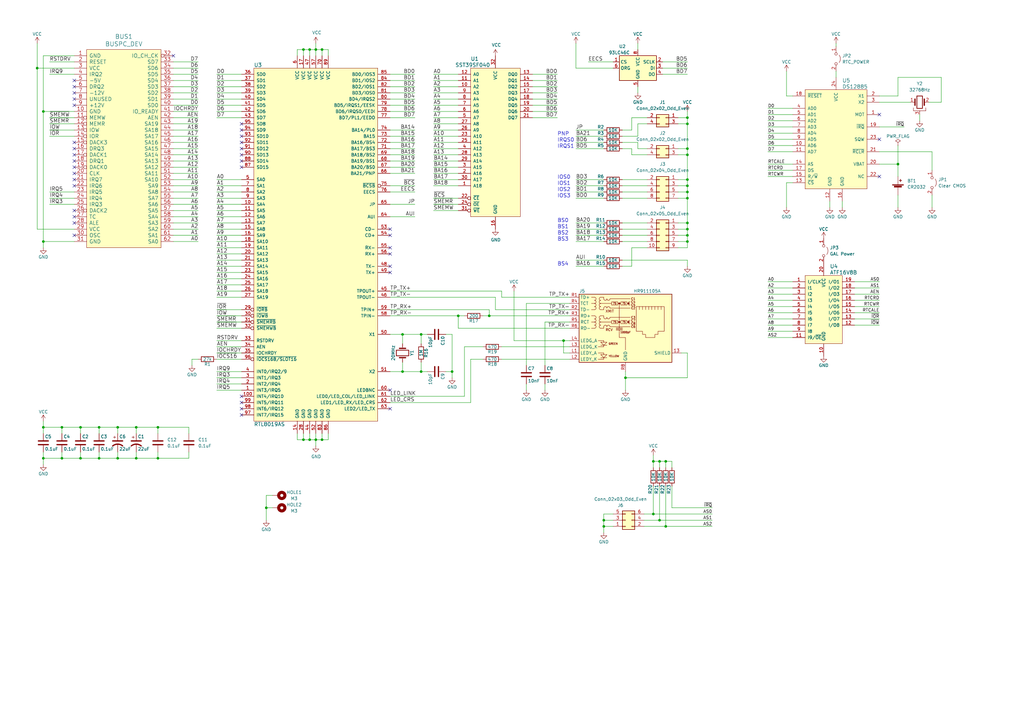
<source format=kicad_sch>
(kicad_sch (version 20250114) (generator "eeschema") (generator_version "9.0")
  (paper "A3")
  (title_block (title "ISA 8-Bit Ethernet Controller") (date "2021-04-22") (rev "1.0") (company "Designed by Sergey Kiselev") (comment 2 "Licensed under CERN-OHL-S: https://cern-ohl.web.cern.ch") (comment 3 "Documentation and design files: https://github.com/skiselev/isa8_eth") (comment 4 "ISA 8-Bit Ethernet Controller is an open source hardware project"))
  (text "IOS3" (at 228.6 81.28 0) (effects (font (size 1.524 1.524)) (justify left bottom)))
  (text "IRQS0" (at 228.6 58.42 0) (effects (font (size 1.524 1.524)) (justify left bottom)))
  (text "BS2" (at 228.6 96.52 0) (effects (font (size 1.524 1.524)) (justify left bottom)))
  (text "BS4" (at 228.6 109.22 0) (effects (font (size 1.524 1.524)) (justify left bottom)))
  (text "IRQS1" (at 228.6 60.96 0) (effects (font (size 1.524 1.524)) (justify left bottom)))
  (text "BS3" (at 228.6 99.06 0) (effects (font (size 1.524 1.524)) (justify left bottom)))
  (text "IOS0" (at 228.6 73.66 0) (effects (font (size 1.524 1.524)) (justify left bottom)))
  (text "PNP" (at 228.6 55.88 0) (effects (font (size 1.524 1.524)) (justify left bottom)))
  (text "IOS2" (at 228.6 78.74 0) (effects (font (size 1.524 1.524)) (justify left bottom)))
  (text "BS0" (at 228.6 91.44 0) (effects (font (size 1.524 1.524)) (justify left bottom)))
  (text "IOS1" (at 228.6 76.2 0) (effects (font (size 1.524 1.524)) (justify left bottom)))
  (text "BS1" (at 228.6 93.98 0) (effects (font (size 1.524 1.524)) (justify left bottom)))
  (junction (at 127 20.32))
  (junction (at 281.94 99.06))
  (junction (at 129.54 180.34))
  (junction (at 124.46 180.34))
  (junction (at 17.78 187.96))
  (junction (at 185.42 152.4))
  (junction (at 48.26 187.96))
  (junction (at 368.3 67.31))
  (junction (at 172.72 137.16))
  (junction (at 109.22 208.28))
  (junction (at 55.88 175.26))
  (junction (at 64.77 187.96))
  (junction (at 270.51 213.36))
  (junction (at 267.97 210.82))
  (junction (at 281.94 63.5))
  (junction (at 64.77 175.26))
  (junction (at 273.05 189.23))
  (junction (at 55.88 187.96))
  (junction (at 273.05 215.9))
  (junction (at 281.94 48.26))
  (junction (at 127 180.34))
  (junction (at 281.94 50.8))
  (junction (at 281.94 93.98))
  (junction (at 187.96 129.54))
  (junction (at 40.64 175.26))
  (junction (at 256.54 154.94))
  (junction (at 281.94 91.44))
  (junction (at 132.08 180.34))
  (junction (at 281.94 96.52))
  (junction (at 281.94 81.28))
  (junction (at 172.72 152.4))
  (junction (at 231.14 139.7))
  (junction (at 247.65 213.36))
  (junction (at 281.94 60.96))
  (junction (at 270.51 189.23))
  (junction (at 48.26 175.26))
  (junction (at 25.4 187.96))
  (junction (at 247.65 215.9))
  (junction (at 33.02 187.96))
  (junction (at 132.08 20.32))
  (junction (at 165.1 152.4))
  (junction (at 281.94 76.2))
  (junction (at 165.1 137.16))
  (junction (at 281.94 78.74))
  (junction (at 33.02 175.26))
  (junction (at 17.78 175.26))
  (junction (at 124.46 20.32))
  (junction (at 17.78 45.72))
  (junction (at 129.54 20.32))
  (junction (at 267.97 189.23))
  (junction (at 40.64 187.96))
  (junction (at 25.4 175.26))
  (junction (at 281.94 73.66))
  (junction (at 17.78 99.06))
  (junction (at 200.66 129.54))
  (junction (at 15.24 27.94))
  (no_connect (at 99.06 170.18))
  (no_connect (at 30.48 88.9))
  (no_connect (at 30.48 35.56))
  (no_connect (at 30.48 58.42))
  (no_connect (at 99.06 167.64))
  (no_connect (at 30.48 76.2))
  (no_connect (at 99.06 165.1))
  (no_connect (at 160.02 104.14))
  (no_connect (at 30.48 38.1))
  (no_connect (at 160.02 96.52))
  (no_connect (at 160.02 109.22))
  (no_connect (at 160.02 111.76))
  (no_connect (at 360.68 46.99))
  (no_connect (at 71.12 22.86))
  (no_connect (at 160.02 167.64))
  (no_connect (at 99.06 50.8))
  (no_connect (at 30.48 33.02))
  (no_connect (at 99.06 63.5))
  (no_connect (at 99.06 58.42))
  (no_connect (at 30.48 43.18))
  (no_connect (at 99.06 55.88))
  (no_connect (at 160.02 160.02))
  (no_connect (at 30.48 91.44))
  (no_connect (at 30.48 71.12))
  (no_connect (at 30.48 66.04))
  (no_connect (at 160.02 93.98))
  (no_connect (at 360.68 57.15))
  (no_connect (at 99.06 66.04))
  (no_connect (at 99.06 68.58))
  (no_connect (at 30.48 86.36))
  (no_connect (at 99.06 60.96))
  (no_connect (at 30.48 73.66))
  (no_connect (at 360.68 72.39))
  (no_connect (at 30.48 60.96))
  (no_connect (at 30.48 40.64))
  (no_connect (at 30.48 96.52))
  (no_connect (at 99.06 53.34))
  (no_connect (at 99.06 162.56))
  (no_connect (at 30.48 68.58))
  (no_connect (at 160.02 101.6))
  (no_connect (at 30.48 63.5))
  (wire (pts (xy 99.06 134.62) (xy 88.9 134.62)))
  (wire (pts (xy 247.65 91.44) (xy 236.22 91.44)))
  (wire (pts (xy 71.12 55.88) (xy 81.28 55.88)))
  (wire (pts (xy 279.4 144.78) (xy 281.94 144.78)))
  (wire (pts (xy 177.8 76.2) (xy 187.96 76.2)))
  (wire (pts (xy 255.27 58.42) (xy 261.62 58.42)))
  (wire (pts (xy 17.78 45.72) (xy 17.78 99.06)))
  (wire (pts (xy 187.96 48.26) (xy 177.8 48.26)))
  (wire (pts (xy 160.02 43.18) (xy 170.18 43.18)))
  (wire (pts (xy 129.54 20.32) (xy 129.54 22.86)))
  (wire (pts (xy 281.94 99.06) (xy 281.94 101.6)))
  (wire (pts (xy 205.74 119.38) (xy 205.74 121.92)))
  (wire (pts (xy 71.12 53.34) (xy 81.28 53.34)))
  (wire (pts (xy 172.72 152.4) (xy 175.26 152.4)))
  (wire (pts (xy 99.06 30.48) (xy 88.9 30.48)))
  (wire (pts (xy 325.12 138.43) (xy 314.96 138.43)))
  (wire (pts (xy 71.12 96.52) (xy 81.28 96.52)))
  (wire (pts (xy 55.88 185.42) (xy 55.88 187.96)))
  (wire (pts (xy 190.5 162.56) (xy 160.02 162.56)))
  (wire (pts (xy 368.3 31.75) (xy 386.08 31.75)))
  (wire (pts (xy 325.12 74.93) (xy 322.58 74.93)))
  (wire (pts (xy 160.02 38.1) (xy 170.18 38.1)))
  (wire (pts (xy 30.48 81.28) (xy 20.32 81.28)))
  (wire (pts (xy 99.06 83.82) (xy 88.9 83.82)))
  (wire (pts (xy 233.68 142.24) (xy 205.74 142.24)))
  (wire (pts (xy 325.12 52.07) (xy 314.96 52.07)))
  (wire (pts (xy 325.12 125.73) (xy 314.96 125.73)))
  (wire (pts (xy 325.12 115.57) (xy 314.96 115.57)))
  (wire (pts (xy 247.65 215.9) (xy 247.65 218.44)))
  (wire (pts (xy 264.16 213.36) (xy 270.51 213.36)))
  (wire (pts (xy 71.12 33.02) (xy 81.28 33.02)))
  (wire (pts (xy 99.06 99.06) (xy 88.9 99.06)))
  (wire (pts (xy 350.52 125.73) (xy 360.68 125.73)))
  (wire (pts (xy 15.24 17.78) (xy 15.24 27.94)))
  (wire (pts (xy 325.12 54.61) (xy 314.96 54.61)))
  (wire (pts (xy 281.94 60.96) (xy 281.94 63.5)))
  (wire (pts (xy 25.4 175.26) (xy 33.02 175.26)))
  (wire (pts (xy 160.02 121.92) (xy 203.2 121.92)))
  (wire (pts (xy 160.02 30.48) (xy 170.18 30.48)))
  (wire (pts (xy 132.08 180.34) (xy 129.54 180.34)))
  (wire (pts (xy 129.54 17.78) (xy 129.54 20.32)))
  (wire (pts (xy 127 20.32) (xy 127 22.86)))
  (wire (pts (xy 278.13 78.74) (xy 281.94 78.74)))
  (wire (pts (xy 160.02 66.04) (xy 170.18 66.04)))
  (wire (pts (xy 129.54 177.8) (xy 129.54 180.34)))
  (wire (pts (xy 64.77 187.96) (xy 55.88 187.96)))
  (wire (pts (xy 325.12 133.35) (xy 314.96 133.35)))
  (wire (pts (xy 368.3 59.69) (xy 368.3 67.31)))
  (wire (pts (xy 267.97 199.39) (xy 267.97 210.82)))
  (wire (pts (xy 64.77 185.42) (xy 64.77 187.96)))
  (wire (pts (xy 81.28 147.32) (xy 78.74 147.32)))
  (wire (pts (xy 350.52 130.81) (xy 360.68 130.81)))
  (wire (pts (xy 281.94 63.5) (xy 281.94 73.66)))
  (wire (pts (xy 218.44 33.02) (xy 228.6 33.02)))
  (wire (pts (xy 325.12 39.37) (xy 322.58 39.37)))
  (wire (pts (xy 223.52 132.08) (xy 223.52 149.86)))
  (wire (pts (xy 261.62 35.56) (xy 261.62 38.1)))
  (wire (pts (xy 99.06 93.98) (xy 88.9 93.98)))
  (wire (pts (xy 17.78 187.96) (xy 17.78 190.5)))
  (wire (pts (xy 40.64 177.8) (xy 40.64 175.26)))
  (wire (pts (xy 322.58 39.37) (xy 322.58 29.21)))
  (wire (pts (xy 255.27 93.98) (xy 265.43 93.98)))
  (wire (pts (xy 187.96 33.02) (xy 177.8 33.02)))
  (wire (pts (xy 127 177.8) (xy 127 180.34)))
  (wire (pts (xy 160.02 68.58) (xy 170.18 68.58)))
  (wire (pts (xy 17.78 22.86) (xy 17.78 45.72)))
  (wire (pts (xy 25.4 187.96) (xy 33.02 187.96)))
  (wire (pts (xy 30.48 22.86) (xy 17.78 22.86)))
  (wire (pts (xy 99.06 154.94) (xy 88.9 154.94)))
  (wire (pts (xy 267.97 210.82) (xy 292.1 210.82)))
  (wire (pts (xy 223.52 157.48) (xy 223.52 160.02)))
  (wire (pts (xy 99.06 101.6) (xy 88.9 101.6)))
  (wire (pts (xy 255.27 106.68) (xy 281.94 106.68)))
  (wire (pts (xy 215.9 157.48) (xy 215.9 160.02)))
  (wire (pts (xy 71.12 50.8) (xy 81.28 50.8)))
  (wire (pts (xy 129.54 180.34) (xy 127 180.34)))
  (wire (pts (xy 99.06 91.44) (xy 88.9 91.44)))
  (wire (pts (xy 165.1 137.16) (xy 172.72 137.16)))
  (wire (pts (xy 99.06 127) (xy 88.9 127)))
  (wire (pts (xy 187.96 45.72) (xy 177.8 45.72)))
  (wire (pts (xy 264.16 215.9) (xy 273.05 215.9)))
  (wire (pts (xy 281.94 99.06) (xy 278.13 99.06)))
  (wire (pts (xy 281.94 78.74) (xy 281.94 81.28)))
  (wire (pts (xy 281.94 106.68) (xy 281.94 109.22)))
  (wire (pts (xy 281.94 101.6) (xy 278.13 101.6)))
  (wire (pts (xy 360.68 39.37) (xy 368.3 39.37)))
  (wire (pts (xy 281.94 144.78) (xy 281.94 154.94)))
  (wire (pts (xy 231.14 144.78) (xy 231.14 139.7)))
  (wire (pts (xy 205.74 121.92) (xy 233.68 121.92)))
  (wire (pts (xy 185.42 137.16) (xy 182.88 137.16)))
  (wire (pts (xy 231.14 139.7) (xy 233.68 139.7)))
  (wire (pts (xy 71.12 66.04) (xy 81.28 66.04)))
  (wire (pts (xy 99.06 38.1) (xy 88.9 38.1)))
  (wire (pts (xy 350.52 118.11) (xy 360.68 118.11)))
  (wire (pts (xy 325.12 128.27) (xy 314.96 128.27)))
  (wire (pts (xy 99.06 104.14) (xy 88.9 104.14)))
  (wire (pts (xy 160.02 45.72) (xy 170.18 45.72)))
  (wire (pts (xy 187.96 134.62) (xy 187.96 129.54)))
  (wire (pts (xy 247.65 76.2) (xy 236.22 76.2)))
  (wire (pts (xy 17.78 99.06) (xy 30.48 99.06)))
  (wire (pts (xy 255.27 53.34) (xy 259.08 53.34)))
  (wire (pts (xy 360.68 52.07) (xy 370.84 52.07)))
  (wire (pts (xy 99.06 144.78) (xy 88.9 144.78)))
  (wire (pts (xy 278.13 63.5) (xy 281.94 63.5)))
  (wire (pts (xy 71.12 63.5) (xy 81.28 63.5)))
  (wire (pts (xy 187.96 58.42) (xy 177.8 58.42)))
  (wire (pts (xy 99.06 81.28) (xy 88.9 81.28)))
  (wire (pts (xy 30.48 78.74) (xy 20.32 78.74)))
  (wire (pts (xy 77.47 187.96) (xy 64.77 187.96)))
  (wire (pts (xy 187.96 83.82) (xy 177.8 83.82)))
  (wire (pts (xy 99.06 152.4) (xy 88.9 152.4)))
  (wire (pts (xy 71.12 91.44) (xy 81.28 91.44)))
  (wire (pts (xy 281.94 48.26) (xy 281.94 50.8)))
  (wire (pts (xy 325.12 123.19) (xy 314.96 123.19)))
  (wire (pts (xy 255.27 109.22) (xy 259.08 109.22)))
  (wire (pts (xy 345.44 82.55) (xy 345.44 85.09)))
  (wire (pts (xy 270.51 213.36) (xy 292.1 213.36)))
  (wire (pts (xy 132.08 180.34) (xy 132.08 177.8)))
  (wire (pts (xy 99.06 139.7) (xy 88.9 139.7)))
  (wire (pts (xy 64.77 177.8) (xy 64.77 175.26)))
  (wire (pts (xy 281.94 91.44) (xy 281.94 93.98)))
  (wire (pts (xy 360.68 67.31) (xy 368.3 67.31)))
  (wire (pts (xy 71.12 71.12) (xy 81.28 71.12)))
  (wire (pts (xy 259.08 53.34) (xy 259.08 48.26)))
  (wire (pts (xy 121.92 20.32) (xy 124.46 20.32)))
  (wire (pts (xy 247.65 213.36) (xy 247.65 215.9)))
  (wire (pts (xy 203.2 121.92) (xy 203.2 127)))
  (wire (pts (xy 71.12 99.06) (xy 81.28 99.06)))
  (wire (pts (xy 265.43 76.2) (xy 255.27 76.2)))
  (wire (pts (xy 160.02 119.38) (xy 205.74 119.38)))
  (wire (pts (xy 259.08 60.96) (xy 259.08 63.5)))
  (wire (pts (xy 160.02 137.16) (xy 165.1 137.16)))
  (wire (pts (xy 71.12 83.82) (xy 81.28 83.82)))
  (wire (pts (xy 210.82 119.38) (xy 210.82 139.7)))
  (wire (pts (xy 77.47 177.8) (xy 77.47 175.26)))
  (wire (pts (xy 111.76 203.2) (xy 109.22 203.2)))
  (wire (pts (xy 267.97 189.23) (xy 267.97 191.77)))
  (wire (pts (xy 325.12 120.65) (xy 314.96 120.65)))
  (wire (pts (xy 247.65 210.82) (xy 247.65 213.36)))
  (wire (pts (xy 165.1 137.16) (xy 165.1 140.97)))
  (wire (pts (xy 40.64 175.26) (xy 48.26 175.26)))
  (wire (pts (xy 281.94 45.72) (xy 281.94 48.26)))
  (wire (pts (xy 273.05 189.23) (xy 273.05 191.77)))
  (wire (pts (xy 30.48 30.48) (xy 20.32 30.48)))
  (wire (pts (xy 325.12 130.81) (xy 314.96 130.81)))
  (wire (pts (xy 17.78 187.96) (xy 25.4 187.96)))
  (wire (pts (xy 160.02 127) (xy 200.66 127)))
  (wire (pts (xy 256.54 154.94) (xy 256.54 160.02)))
  (wire (pts (xy 325.12 72.39) (xy 314.96 72.39)))
  (wire (pts (xy 71.12 58.42) (xy 81.28 58.42)))
  (wire (pts (xy 160.02 58.42) (xy 170.18 58.42)))
  (wire (pts (xy 160.02 165.1) (xy 193.04 165.1)))
  (wire (pts (xy 322.58 74.93) (xy 322.58 85.09)))
  (wire (pts (xy 124.46 177.8) (xy 124.46 180.34)))
  (wire (pts (xy 99.06 43.18) (xy 88.9 43.18)))
  (wire (pts (xy 99.06 160.02) (xy 88.9 160.02)))
  (wire (pts (xy 273.05 189.23) (xy 270.51 189.23)))
  (wire (pts (xy 160.02 71.12) (xy 170.18 71.12)))
  (wire (pts (xy 71.12 48.26) (xy 81.28 48.26)))
  (wire (pts (xy 99.06 119.38) (xy 88.9 119.38)))
  (wire (pts (xy 261.62 55.88) (xy 255.27 55.88)))
  (wire (pts (xy 15.24 27.94) (xy 15.24 93.98)))
  (wire (pts (xy 71.12 88.9) (xy 81.28 88.9)))
  (wire (pts (xy 247.65 96.52) (xy 236.22 96.52)))
  (wire (pts (xy 71.12 38.1) (xy 81.28 38.1)))
  (wire (pts (xy 25.4 177.8) (xy 25.4 175.26)))
  (wire (pts (xy 160.02 40.64) (xy 170.18 40.64)))
  (wire (pts (xy 64.77 175.26) (xy 55.88 175.26)))
  (wire (pts (xy 99.06 111.76) (xy 88.9 111.76)))
  (wire (pts (xy 15.24 93.98) (xy 30.48 93.98)))
  (wire (pts (xy 281.94 81.28) (xy 281.94 91.44)))
  (wire (pts (xy 121.92 180.34) (xy 121.92 177.8)))
  (wire (pts (xy 99.06 33.02) (xy 88.9 33.02)))
  (wire (pts (xy 25.4 185.42) (xy 25.4 187.96)))
  (wire (pts (xy 281.94 50.8) (xy 281.94 60.96)))
  (wire (pts (xy 218.44 35.56) (xy 228.6 35.56)))
  (wire (pts (xy 368.3 85.09) (xy 368.3 80.01)))
  (wire (pts (xy 187.96 50.8) (xy 177.8 50.8)))
  (wire (pts (xy 99.06 106.68) (xy 88.9 106.68)))
  (wire (pts (xy 251.46 25.4) (xy 241.3 25.4)))
  (wire (pts (xy 382.27 85.09) (xy 382.27 80.01)))
  (wire (pts (xy 218.44 40.64) (xy 228.6 40.64)))
  (wire (pts (xy 99.06 45.72) (xy 88.9 45.72)))
  (wire (pts (xy 233.68 124.46) (xy 215.9 124.46)))
  (wire (pts (xy 187.96 40.64) (xy 177.8 40.64)))
  (wire (pts (xy 247.65 73.66) (xy 236.22 73.66)))
  (wire (pts (xy 160.02 33.02) (xy 170.18 33.02)))
  (wire (pts (xy 218.44 43.18) (xy 228.6 43.18)))
  (wire (pts (xy 271.78 27.94) (xy 281.94 27.94)))
  (wire (pts (xy 187.96 71.12) (xy 177.8 71.12)))
  (wire (pts (xy 109.22 203.2) (xy 109.22 208.28)))
  (wire (pts (xy 99.06 157.48) (xy 88.9 157.48)))
  (wire (pts (xy 247.65 215.9) (xy 251.46 215.9)))
  (wire (pts (xy 17.78 45.72) (xy 30.48 45.72)))
  (wire (pts (xy 271.78 25.4) (xy 281.94 25.4)))
  (wire (pts (xy 360.68 41.91) (xy 373.38 41.91)))
  (wire (pts (xy 71.12 35.56) (xy 81.28 35.56)))
  (wire (pts (xy 218.44 48.26) (xy 228.6 48.26)))
  (wire (pts (xy 109.22 208.28) (xy 109.22 213.36)))
  (wire (pts (xy 99.06 48.26) (xy 88.9 48.26)))
  (wire (pts (xy 187.96 60.96) (xy 177.8 60.96)))
  (wire (pts (xy 187.96 134.62) (xy 233.68 134.62)))
  (wire (pts (xy 77.47 175.26) (xy 64.77 175.26)))
  (wire (pts (xy 264.16 210.82) (xy 267.97 210.82)))
  (wire (pts (xy 172.72 137.16) (xy 172.72 140.97)))
  (wire (pts (xy 281.94 93.98) (xy 281.94 96.52)))
  (wire (pts (xy 48.26 175.26) (xy 48.26 177.8)))
  (wire (pts (xy 160.02 88.9) (xy 170.18 88.9)))
  (wire (pts (xy 99.06 109.22) (xy 88.9 109.22)))
  (wire (pts (xy 247.65 53.34) (xy 236.22 53.34)))
  (wire (pts (xy 30.48 25.4) (xy 20.32 25.4)))
  (wire (pts (xy 325.12 59.69) (xy 314.96 59.69)))
  (wire (pts (xy 160.02 35.56) (xy 170.18 35.56)))
  (wire (pts (xy 247.65 106.68) (xy 236.22 106.68)))
  (wire (pts (xy 281.94 93.98) (xy 278.13 93.98)))
  (wire (pts (xy 40.64 187.96) (xy 48.26 187.96)))
  (wire (pts (xy 381 41.91) (xy 386.08 41.91)))
  (wire (pts (xy 190.5 142.24) (xy 190.5 162.56)))
  (wire (pts (xy 210.82 139.7) (xy 231.14 139.7)))
  (wire (pts (xy 281.94 76.2) (xy 281.94 78.74)))
  (wire (pts (xy 247.65 55.88) (xy 236.22 55.88)))
  (wire (pts (xy 187.96 68.58) (xy 177.8 68.58)))
  (wire (pts (xy 124.46 20.32) (xy 124.46 22.86)))
  (wire (pts (xy 160.02 48.26) (xy 170.18 48.26)))
  (wire (pts (xy 71.12 76.2) (xy 81.28 76.2)))
  (wire (pts (xy 48.26 175.26) (xy 55.88 175.26)))
  (wire (pts (xy 247.65 60.96) (xy 236.22 60.96)))
  (wire (pts (xy 187.96 66.04) (xy 177.8 66.04)))
  (wire (pts (xy 121.92 22.86) (xy 121.92 20.32)))
  (wire (pts (xy 111.76 208.28) (xy 109.22 208.28)))
  (wire (pts (xy 350.52 115.57) (xy 360.68 115.57)))
  (wire (pts (xy 259.08 63.5) (xy 265.43 63.5)))
  (wire (pts (xy 160.02 63.5) (xy 170.18 63.5)))
  (wire (pts (xy 255.27 96.52) (xy 265.43 96.52)))
  (wire (pts (xy 71.12 68.58) (xy 81.28 68.58)))
  (wire (pts (xy 247.65 78.74) (xy 236.22 78.74)))
  (wire (pts (xy 124.46 20.32) (xy 127 20.32)))
  (wire (pts (xy 187.96 30.48) (xy 177.8 30.48)))
  (wire (pts (xy 350.52 128.27) (xy 360.68 128.27)))
  (wire (pts (xy 160.02 78.74) (xy 170.18 78.74)))
  (wire (pts (xy 278.13 81.28) (xy 281.94 81.28)))
  (wire (pts (xy 99.06 73.66) (xy 88.9 73.66)))
  (wire (pts (xy 386.08 41.91) (xy 386.08 31.75)))
  (wire (pts (xy 255.27 91.44) (xy 265.43 91.44)))
  (wire (pts (xy 350.52 120.65) (xy 360.68 120.65)))
  (wire (pts (xy 278.13 76.2) (xy 281.94 76.2)))
  (wire (pts (xy 190.5 129.54) (xy 187.96 129.54)))
  (wire (pts (xy 251.46 210.82) (xy 247.65 210.82)))
  (wire (pts (xy 77.47 185.42) (xy 77.47 187.96)))
  (wire (pts (xy 185.42 137.16) (xy 185.42 152.4)))
  (wire (pts (xy 270.51 189.23) (xy 267.97 189.23)))
  (wire (pts (xy 185.42 152.4) (xy 185.42 154.94)))
  (wire (pts (xy 71.12 43.18) (xy 81.28 43.18)))
  (wire (pts (xy 160.02 152.4) (xy 165.1 152.4)))
  (wire (pts (xy 187.96 86.36) (xy 177.8 86.36)))
  (wire (pts (xy 172.72 137.16) (xy 175.26 137.16)))
  (wire (pts (xy 251.46 27.94) (xy 236.22 27.94)))
  (wire (pts (xy 275.59 191.77) (xy 275.59 189.23)))
  (wire (pts (xy 278.13 48.26) (xy 281.94 48.26)))
  (wire (pts (xy 30.48 55.88) (xy 20.32 55.88)))
  (wire (pts (xy 215.9 124.46) (xy 215.9 149.86)))
  (wire (pts (xy 160.02 55.88) (xy 170.18 55.88)))
  (wire (pts (xy 325.12 69.85) (xy 314.96 69.85)))
  (wire (pts (xy 261.62 17.78) (xy 261.62 20.32)))
  (wire (pts (xy 71.12 30.48) (xy 81.28 30.48)))
  (wire (pts (xy 259.08 48.26) (xy 265.43 48.26)))
  (wire (pts (xy 275.59 199.39) (xy 275.59 208.28)))
  (wire (pts (xy 30.48 83.82) (xy 20.32 83.82)))
  (wire (pts (xy 48.26 187.96) (xy 48.26 185.42)))
  (wire (pts (xy 165.1 152.4) (xy 172.72 152.4)))
  (wire (pts (xy 265.43 81.28) (xy 255.27 81.28)))
  (wire (pts (xy 382.27 69.85) (xy 382.27 62.23)))
  (wire (pts (xy 247.65 93.98) (xy 236.22 93.98)))
  (wire (pts (xy 218.44 30.48) (xy 228.6 30.48)))
  (wire (pts (xy 218.44 38.1) (xy 228.6 38.1)))
  (wire (pts (xy 325.12 46.99) (xy 314.96 46.99)))
  (wire (pts (xy 187.96 81.28) (xy 177.8 81.28)))
  (wire (pts (xy 325.12 135.89) (xy 314.96 135.89)))
  (wire (pts (xy 132.08 20.32) (xy 132.08 22.86)))
  (wire (pts (xy 172.72 152.4) (xy 172.72 148.59)))
  (wire (pts (xy 127 180.34) (xy 124.46 180.34)))
  (wire (pts (xy 325.12 118.11) (xy 314.96 118.11)))
  (wire (pts (xy 247.65 213.36) (xy 251.46 213.36)))
  (wire (pts (xy 259.08 101.6) (xy 259.08 109.22)))
  (wire (pts (xy 187.96 63.5) (xy 177.8 63.5)))
  (wire (pts (xy 71.12 60.96) (xy 81.28 60.96)))
  (wire (pts (xy 160.02 76.2) (xy 170.18 76.2)))
  (wire (pts (xy 278.13 50.8) (xy 281.94 50.8)))
  (wire (pts (xy 281.94 96.52) (xy 278.13 96.52)))
  (wire (pts (xy 247.65 58.42) (xy 236.22 58.42)))
  (wire (pts (xy 377.19 46.99) (xy 377.19 49.53)))
  (wire (pts (xy 33.02 177.8) (xy 33.02 175.26)))
  (wire (pts (xy 187.96 55.88) (xy 177.8 55.88)))
  (wire (pts (xy 233.68 147.32) (xy 205.74 147.32)))
  (wire (pts (xy 187.96 53.34) (xy 177.8 53.34)))
  (wire (pts (xy 270.51 189.23) (xy 270.51 191.77)))
  (wire (pts (xy 281.94 73.66) (xy 281.94 76.2)))
  (wire (pts (xy 261.62 50.8) (xy 265.43 50.8)))
  (wire (pts (xy 30.48 48.26) (xy 20.32 48.26)))
  (wire (pts (xy 71.12 25.4) (xy 81.28 25.4)))
  (wire (pts (xy 236.22 27.94) (xy 236.22 17.78)))
  (wire (pts (xy 273.05 199.39) (xy 273.05 215.9)))
  (wire (pts (xy 256.54 152.4) (xy 256.54 154.94)))
  (wire (pts (xy 99.06 88.9) (xy 88.9 88.9)))
  (wire (pts (xy 281.94 96.52) (xy 281.94 99.06)))
  (wire (pts (xy 200.66 129.54) (xy 233.68 129.54)))
  (wire (pts (xy 350.52 123.19) (xy 360.68 123.19)))
  (wire (pts (xy 71.12 45.72) (xy 81.28 45.72)))
  (wire (pts (xy 278.13 73.66) (xy 281.94 73.66)))
  (wire (pts (xy 55.88 177.8) (xy 55.88 175.26)))
  (wire (pts (xy 129.54 20.32) (xy 132.08 20.32)))
  (wire (pts (xy 342.9 17.78) (xy 342.9 19.05)))
  (wire (pts (xy 71.12 86.36) (xy 81.28 86.36)))
  (wire (pts (xy 325.12 49.53) (xy 314.96 49.53)))
  (wire (pts (xy 99.06 96.52) (xy 88.9 96.52)))
  (wire (pts (xy 203.2 127) (xy 233.68 127)))
  (wire (pts (xy 273.05 215.9) (xy 292.1 215.9)))
  (wire (pts (xy 368.3 67.31) (xy 368.3 72.39)))
  (wire (pts (xy 30.48 53.34) (xy 20.32 53.34)))
  (wire (pts (xy 177.8 73.66) (xy 187.96 73.66)))
  (wire (pts (xy 187.96 38.1) (xy 177.8 38.1)))
  (wire (pts (xy 265.43 73.66) (xy 255.27 73.66)))
  (wire (pts (xy 71.12 81.28) (xy 81.28 81.28)))
  (wire (pts (xy 160.02 53.34) (xy 170.18 53.34)))
  (wire (pts (xy 129.54 182.88) (xy 129.54 180.34)))
  (wire (pts (xy 275.59 208.28) (xy 292.1 208.28)))
  (wire (pts (xy 71.12 40.64) (xy 81.28 40.64)))
  (wire (pts (xy 132.08 20.32) (xy 134.62 20.32)))
  (wire (pts (xy 200.66 127) (xy 200.66 129.54)))
  (wire (pts (xy 71.12 93.98) (xy 81.28 93.98)))
  (wire (pts (xy 48.26 187.96) (xy 55.88 187.96)))
  (wire (pts (xy 270.51 199.39) (xy 270.51 213.36)))
  (wire (pts (xy 99.06 121.92) (xy 88.9 121.92)))
  (wire (pts (xy 281.94 154.94) (xy 256.54 154.94)))
  (wire (pts (xy 233.68 144.78) (xy 231.14 144.78)))
  (wire (pts (xy 127 20.32) (xy 129.54 20.32)))
  (wire (pts (xy 99.06 129.54) (xy 88.9 129.54)))
  (wire (pts (xy 124.46 180.34) (xy 121.92 180.34)))
  (wire (pts (xy 247.65 99.06) (xy 236.22 99.06)))
  (wire (pts (xy 30.48 50.8) (xy 20.32 50.8)))
  (wire (pts (xy 71.12 78.74) (xy 81.28 78.74)))
  (wire (pts (xy 160.02 60.96) (xy 170.18 60.96)))
  (wire (pts (xy 193.04 147.32) (xy 198.12 147.32)))
  (wire (pts (xy 368.3 39.37) (xy 368.3 31.75)))
  (wire (pts (xy 198.12 129.54) (xy 200.66 129.54)))
  (wire (pts (xy 99.06 132.08) (xy 88.9 132.08)))
  (wire (pts (xy 33.02 175.26) (xy 40.64 175.26)))
  (wire (pts (xy 187.96 43.18) (xy 177.8 43.18)))
  (wire (pts (xy 33.02 187.96) (xy 40.64 187.96)))
  (wire (pts (xy 360.68 62.23) (xy 382.27 62.23)))
  (wire (pts (xy 99.06 76.2) (xy 88.9 76.2)))
  (wire (pts (xy 99.06 114.3) (xy 88.9 114.3)))
  (wire (pts (xy 325.12 57.15) (xy 314.96 57.15)))
  (wire (pts (xy 255.27 60.96) (xy 259.08 60.96)))
  (wire (pts (xy 99.06 147.32) (xy 88.9 147.32)))
  (wire (pts (xy 99.06 40.64) (xy 88.9 40.64)))
  (wire (pts (xy 33.02 187.96) (xy 33.02 185.42)))
  (wire (pts (xy 99.06 86.36) (xy 88.9 86.36)))
  (wire (pts (xy 267.97 186.69) (xy 267.97 189.23)))
  (wire (pts (xy 261.62 60.96) (xy 265.43 60.96)))
  (wire (pts (xy 17.78 175.26) (xy 25.4 175.26)))
  (wire (pts (xy 325.12 67.31) (xy 314.96 67.31)))
  (wire (pts (xy 218.44 45.72) (xy 228.6 45.72)))
  (wire (pts (xy 99.06 35.56) (xy 88.9 35.56)))
  (wire (pts (xy 134.62 180.34) (xy 132.08 180.34)))
  (wire (pts (xy 160.02 129.54) (xy 187.96 129.54)))
  (wire (pts (xy 265.43 78.74) (xy 255.27 78.74)))
  (wire (pts (xy 350.52 133.35) (xy 360.68 133.35)))
  (wire (pts (xy 271.78 30.48) (xy 281.94 30.48)))
  (wire (pts (xy 15.24 27.94) (xy 30.48 27.94)))
  (wire (pts (xy 165.1 152.4) (xy 165.1 148.59)))
  (wire (pts (xy 17.78 172.72) (xy 17.78 175.26)))
  (wire (pts (xy 40.64 185.42) (xy 40.64 187.96)))
  (wire (pts (xy 325.12 62.23) (xy 314.96 62.23)))
  (wire (pts (xy 71.12 73.66) (xy 81.28 73.66)))
  (wire (pts (xy 247.65 81.28) (xy 236.22 81.28)))
  (wire (pts (xy 17.78 175.26) (xy 17.78 177.8)))
  (wire (pts (xy 342.9 29.21) (xy 342.9 31.75)))
  (wire (pts (xy 99.06 142.24) (xy 88.9 142.24)))
  (wire (pts (xy 340.36 82.55) (xy 340.36 85.09)))
  (wire (pts (xy 187.96 35.56) (xy 177.8 35.56)))
  (wire (pts (xy 134.62 20.32) (xy 134.62 22.86)))
  (wire (pts (xy 182.88 152.4) (xy 185.42 152.4)))
  (wire (pts (xy 275.59 189.23) (xy 273.05 189.23)))
  (wire (pts (xy 78.74 147.32) (xy 78.74 149.86)))
  (wire (pts (xy 17.78 99.06) (xy 17.78 101.6)))
  (wire (pts (xy 99.06 116.84) (xy 88.9 116.84)))
  (wire (pts (xy 233.68 132.08) (xy 223.52 132.08)))
  (wire (pts (xy 99.06 78.74) (xy 88.9 78.74)))
  (wire (pts (xy 247.65 109.22) (xy 236.22 109.22)))
  (wire (pts (xy 261.62 50.8) (xy 261.62 55.88)))
  (wire (pts (xy 281.94 91.44) (xy 278.13 91.44)))
  (wire (pts (xy 160.02 83.82) (xy 170.18 83.82)))
  (wire (pts (xy 134.62 177.8) (xy 134.62 180.34)))
  (wire (pts (xy 190.5 142.24) (xy 198.12 142.24)))
  (wire (pts (xy 278.13 60.96) (xy 281.94 60.96)))
  (wire (pts (xy 325.12 44.45) (xy 314.96 44.45)))
  (wire (pts (xy 261.62 58.42) (xy 261.62 60.96)))
  (wire (pts (xy 193.04 147.32) (xy 193.04 165.1)))
  (wire (pts (xy 71.12 27.94) (xy 81.28 27.94)))
  (wire (pts (xy 265.43 101.6) (xy 259.08 101.6)))
  (wire (pts (xy 255.27 99.06) (xy 265.43 99.06)))
  (wire (pts (xy 17.78 185.42) (xy 17.78 187.96)))
  (label "BA15" (at 177.8 68.58 0) (effects (font (size 1.524 1.524))))
  (label "BD3" (at 228.6 38.1 180) (effects (font (size 1.524 1.524))))
  (label "A0" (at 81.28 99.06 180) (effects (font (size 1.524 1.524))))
  (label "~{IRQ}" (at 292.1 208.28 180))
  (label "A19" (at 81.28 50.8 180) (effects (font (size 1.524 1.524))))
  (label "BD7" (at 281.94 30.48 180) (effects (font (size 1.524 1.524))))
  (label "AS0" (at 292.1 210.82 180))
  (label "A5" (at 81.28 86.36 180) (effects (font (size 1.524 1.524))))
  (label "A0" (at 314.96 115.57 0))
  (label "A17" (at 88.9 116.84 0) (effects (font (size 1.524 1.524))))
  (label "AS0" (at 360.68 115.57 180))
  (label "A2" (at 88.9 78.74 0) (effects (font (size 1.524 1.524))))
  (label "A8" (at 314.96 133.35 0))
  (label "D0" (at 88.9 30.48 0) (effects (font (size 1.524 1.524))))
  (label "BD3" (at 236.22 73.66 0) (effects (font (size 1.524 1.524))))
  (label "A14" (at 88.9 109.22 0) (effects (font (size 1.524 1.524))))
  (label "BA21" (at 236.22 55.88 0) (effects (font (size 1.524 1.524))))
  (label "D4" (at 81.28 33.02 180) (effects (font (size 1.524 1.524))))
  (label "A18" (at 88.9 119.38 0) (effects (font (size 1.524 1.524))))
  (label "IRQ5" (at 88.9 160.02 0) (effects (font (size 1.524 1.524))))
  (label "BA17" (at 177.8 73.66 0) (effects (font (size 1.524 1.524))))
  (label "IRQ3" (at 20.32 83.82 0) (effects (font (size 1.524 1.524))))
  (label "A10" (at 177.8 55.88 0) (effects (font (size 1.524 1.524))))
  (label "A13" (at 177.8 63.5 0) (effects (font (size 1.524 1.524))))
  (label "D5" (at 81.28 30.48 180) (effects (font (size 1.524 1.524))))
  (label "RTCWR" (at 314.96 72.39 0))
  (label "A0" (at 177.8 30.48 0) (effects (font (size 1.524 1.524))))
  (label "BD2" (at 228.6 35.56 180) (effects (font (size 1.524 1.524))))
  (label "BA18" (at 236.22 96.52 0) (effects (font (size 1.524 1.524))))
  (label "BD2" (at 236.22 76.2 0) (effects (font (size 1.524 1.524))))
  (label "RTCRD" (at 360.68 123.19 180))
  (label "A7" (at 88.9 91.44 0) (effects (font (size 1.524 1.524))))
  (label "D2" (at 81.28 38.1 180) (effects (font (size 1.524 1.524))))
  (label "D1" (at 314.96 46.99 0))
  (label "D5" (at 88.9 43.18 0) (effects (font (size 1.524 1.524))))
  (label "D4" (at 314.96 54.61 0))
  (label "~{BCS}" (at 170.18 76.2 180) (effects (font (size 1.524 1.524))))
  (label "RTCALE" (at 314.96 67.31 0))
  (label "D0" (at 81.28 43.18 180) (effects (font (size 1.524 1.524))))
  (label "BD3" (at 170.18 38.1 180) (effects (font (size 1.524 1.524))))
  (label "D6" (at 314.96 59.69 0))
  (label "A8" (at 177.8 50.8 0) (effects (font (size 1.524 1.524))))
  (label "BD4" (at 228.6 40.64 180) (effects (font (size 1.524 1.524))))
  (label "D2" (at 314.96 49.53 0))
  (label "IOCHRDY" (at 88.9 144.78 0) (effects (font (size 1.524 1.524))))
  (label "BA21" (at 170.18 71.12 180) (effects (font (size 1.524 1.524))))
  (label "A15" (at 88.9 111.76 0) (effects (font (size 1.524 1.524))))
  (label "BD5" (at 236.22 60.96 0) (effects (font (size 1.524 1.524))))
  (label "IRQ5" (at 20.32 78.74 0) (effects (font (size 1.524 1.524))))
  (label "BD7" (at 228.6 48.26 180) (effects (font (size 1.524 1.524))))
  (label "A7" (at 177.8 48.26 0) (effects (font (size 1.524 1.524))))
  (label "D1" (at 81.28 40.64 180) (effects (font (size 1.524 1.524))))
  (label "A9" (at 81.28 76.2 180) (effects (font (size 1.524 1.524))))
  (label "BA14" (at 177.8 66.04 0) (effects (font (size 1.524 1.524))))
  (label "BA16" (at 177.8 71.12 0) (effects (font (size 1.524 1.524))))
  (label "A12" (at 88.9 104.14 0) (effects (font (size 1.524 1.524))))
  (label "BA14" (at 170.18 53.34 180) (effects (font (size 1.524 1.524))))
  (label "BA16" (at 236.22 109.22 0) (effects (font (size 1.524 1.524))))
  (label "TP_TX+" (at 160.02 119.38 0) (effects (font (size 1.524 1.524))))
  (label "BA20" (at 236.22 91.44 0) (effects (font (size 1.524 1.524))))
  (label "A6" (at 314.96 128.27 0))
  (label "AS1" (at 360.68 118.11 180))
  (label "A1" (at 81.28 96.52 180) (effects (font (size 1.524 1.524))))
  (label "BA18" (at 170.18 63.5 180) (effects (font (size 1.524 1.524))))
  (label "~{IOR}" (at 88.9 127 0) (effects (font (size 1.524 1.524))))
  (label "AS2" (at 292.1 215.9 180))
  (label "~{IOW}" (at 88.9 129.54 0) (effects (font (size 1.524 1.524))))
  (label "A10" (at 81.28 73.66 180) (effects (font (size 1.524 1.524))))
  (label "A4" (at 88.9 83.82 0) (effects (font (size 1.524 1.524))))
  (label "BD0" (at 236.22 81.28 0) (effects (font (size 1.524 1.524))))
  (label "BD5" (at 228.6 43.18 180) (effects (font (size 1.524 1.524))))
  (label "A4" (at 177.8 40.64 0) (effects (font (size 1.524 1.524))))
  (label "IRQ9" (at 88.9 152.4 0) (effects (font (size 1.524 1.524))))
  (label "A13" (at 81.28 66.04 180) (effects (font (size 1.524 1.524))))
  (label "~{BCS}" (at 177.8 81.28 0) (effects (font (size 1.524 1.524))))
  (label "RTCALE" (at 360.68 128.27 180))
  (label "BD6" (at 281.94 27.94 180) (effects (font (size 1.524 1.524))))
  (label "A1" (at 177.8 33.02 0) (effects (font (size 1.524 1.524))))
  (label "A4" (at 81.28 88.9 180) (effects (font (size 1.524 1.524))))
  (label "BA15" (at 170.18 55.88 180) (effects (font (size 1.524 1.524))))
  (label "A6" (at 88.9 88.9 0) (effects (font (size 1.524 1.524))))
  (label "BA20" (at 170.18 68.58 180) (effects (font (size 1.524 1.524))))
  (label "BD6" (at 170.18 45.72 180) (effects (font (size 1.524 1.524))))
  (label "~{SMEMW}" (at 177.8 86.36 0) (effects (font (size 1.524 1.524))))
  (label "AUI" (at 236.22 106.68 0) (effects (font (size 1.524 1.524))))
  (label "A12" (at 81.28 68.58 180) (effects (font (size 1.524 1.524))))
  (label "BA19" (at 236.22 93.98 0) (effects (font (size 1.524 1.524))))
  (label "EECS" (at 241.3 25.4 0) (effects (font (size 1.524 1.524))))
  (label "BA17" (at 236.22 99.06 0) (effects (font (size 1.524 1.524))))
  (label "TP_TX-" (at 233.68 127 180) (effects (font (size 1.524 1.524))))
  (label "A3" (at 88.9 81.28 0) (effects (font (size 1.524 1.524))))
  (label "D7" (at 81.28 25.4 180) (effects (font (size 1.524 1.524))))
  (label "BA18" (at 177.8 76.2 0) (effects (font (size 1.524 1.524))))
  (label "TP_RX-" (at 233.68 134.62 180) (effects (font (size 1.524 1.524))))
  (label "BD6" (at 228.6 45.72 180) (effects (font (size 1.524 1.524))))
  (label "IRQ4" (at 88.9 157.48 0) (effects (font (size 1.524 1.524))))
  (label "AS1" (at 292.1 213.36 180))
  (label "BD0" (at 170.18 30.48 180) (effects (font (size 1.524 1.524))))
  (label "A3" (at 314.96 120.65 0))
  (label "~{IRQ}" (at 370.84 52.07 180))
  (label "~{IOW}" (at 360.68 133.35 180))
  (label "A5" (at 177.8 43.18 0) (effects (font (size 1.524 1.524))))
  (label "~{IOW}" (at 20.32 53.34 0) (effects (font (size 1.524 1.524))))
  (label "IRQ9" (at 20.32 30.48 0) (effects (font (size 1.524 1.524))))
  (label "D5" (at 314.96 57.15 0))
  (label "~{SMEMR}" (at 20.32 50.8 0) (effects (font (size 1.524 1.524))))
  (label "A5" (at 88.9 86.36 0) (effects (font (size 1.524 1.524))))
  (label "D4" (at 88.9 40.64 0) (effects (font (size 1.524 1.524))))
  (label "A9" (at 88.9 96.52 0) (effects (font (size 1.524 1.524))))
  (label "BD2" (at 170.18 35.56 180) (effects (font (size 1.524 1.524))))
  (label "A19" (at 88.9 121.92 0) (effects (font (size 1.524 1.524))))
  (label "A1" (at 88.9 76.2 0) (effects (font (size 1.524 1.524))))
  (label "A16" (at 88.9 114.3 0) (effects (font (size 1.524 1.524))))
  (label "D2" (at 88.9 35.56 0) (effects (font (size 1.524 1.524))))
  (label "A2" (at 314.96 118.11 0))
  (label "TP_RX+" (at 233.68 129.54 180) (effects (font (size 1.524 1.524))))
  (label "A4" (at 314.96 123.19 0))
  (label "A3" (at 81.28 91.44 180) (effects (font (size 1.524 1.524))))
  (label "A3" (at 177.8 38.1 0) (effects (font (size 1.524 1.524))))
  (label "A15" (at 81.28 60.96 180) (effects (font (size 1.524 1.524))))
  (label "D3" (at 314.96 52.07 0))
  (label "A7" (at 314.96 130.81 0))
  (label "TP_TX+" (at 233.68 121.92 180) (effects (font (size 1.524 1.524))))
  (label "TP_RX+" (at 160.02 127 0) (effects (font (size 1.524 1.524))))
  (label "~{IOCS16}" (at 88.9 147.32 0) (effects (font (size 1.524 1.524))))
  (label "D6" (at 88.9 45.72 0) (effects (font (size 1.524 1.524))))
  (label "D7" (at 88.9 48.26 0) (effects (font (size 1.524 1.524))))
  (label "AUI" (at 170.18 88.9 180) (effects (font (size 1.524 1.524))))
  (label "AEN" (at 360.68 120.65 180))
  (label "D0" (at 314.96 44.45 0))
  (label "~{SMEMW}" (at 20.32 48.26 0) (effects (font (size 1.524 1.524))))
  (label "BD1" (at 170.18 33.02 180) (effects (font (size 1.524 1.524))))
  (label "A6" (at 81.28 83.82 180) (effects (font (size 1.524 1.524))))
  (label "BA19" (at 170.18 66.04 180) (effects (font (size 1.524 1.524))))
  (label "BD6" (at 236.22 58.42 0) (effects (font (size 1.524 1.524))))
  (label "BD0" (at 228.6 30.48 180) (effects (font (size 1.524 1.524))))
  (label "BD7" (at 170.18 48.26 180) (effects (font (size 1.524 1.524))))
  (label "D1" (at 88.9 33.02 0) (effects (font (size 1.524 1.524))))
  (label "A13" (at 88.9 106.68 0) (effects (font (size 1.524 1.524))))
  (label "EECS" (at 170.18 78.74 180) (effects (font (size 1.524 1.524))))
  (label "A6" (at 177.8 45.72 0) (effects (font (size 1.524 1.524))))
  (label "~{SMEMR}" (at 88.9 132.08 0) (effects (font (size 1.524 1.524))))
  (label "BD1" (at 228.6 33.02 180) (effects (font (size 1.524 1.524))))
  (label "IOCHRDY" (at 81.28 45.72 180) (effects (font (size 1.524 1.524))))
  (label "D7" (at 314.96 62.23 0))
  (label "RSTDRV" (at 88.9 139.7 0) (effects (font (size 1.524 1.524))))
  (label "A16" (at 81.28 58.42 180) (effects (font (size 1.524 1.524))))
  (label "A0" (at 88.9 73.66 0) (effects (font (size 1.524 1.524))))
  (label "RSTDRV" (at 20.32 25.4 0) (effects (font (size 1.524 1.524))))
  (label "~{SMEMW}" (at 88.9 134.62 0) (effects (font (size 1.524 1.524))))
  (label "A7" (at 81.28 81.28 180) (effects (font (size 1.524 1.524))))
  (label "BD5" (at 281.94 25.4 180) (effects (font (size 1.524 1.524))))
  (label "A8" (at 88.9 93.98 0) (effects (font (size 1.524 1.524))))
  (label "D6" (at 81.28 27.94 180) (effects (font (size 1.524 1.524))))
  (label "A9" (at 314.96 135.89 0))
  (label "A2" (at 81.28 93.98 180) (effects (font (size 1.524 1.524))))
  (label "~{SMEMR}" (at 177.8 83.82 0) (effects (font (size 1.524 1.524))))
  (label "A17" (at 81.28 55.88 180) (effects (font (size 1.524 1.524))))
  (label "TP_TX-" (at 160.02 121.92 0) (effects (font (size 1.524 1.524))))
  (label "LED_LINK" (at 160.02 162.56 0) (effects (font (size 1.524 1.524))))
  (label "BD1" (at 236.22 78.74 0) (effects (font (size 1.524 1.524))))
  (label "TP_RX-" (at 160.02 129.54 0) (effects (font (size 1.524 1.524))))
  (label "BA17" (at 170.18 60.96 180) (effects (font (size 1.524 1.524))))
  (label "RTCWR" (at 360.68 125.73 180))
  (label "RTCRD" (at 314.96 69.85 0))
  (label "A2" (at 177.8 35.56 0) (effects (font (size 1.524 1.524))))
  (label "JP" (at 236.22 53.34 0) (effects (font (size 1.524 1.524))))
  (label "A8" (at 81.28 78.74 180) (effects (font (size 1.524 1.524))))
  (label "LED_CRS" (at 160.02 165.1 0) (effects (font (size 1.524 1.524))))
  (label "A11" (at 88.9 101.6 0) (effects (font (size 1.524 1.524))))
  (label "~{IOR}" (at 20.32 55.88 0) (effects (font (size 1.524 1.524))))
  (label "BD5" (at 170.18 43.18 180) (effects (font (size 1.524 1.524))))
  (label "A14" (at 81.28 63.5 180) (effects (font (size 1.524 1.524))))
  (label "A11" (at 177.8 58.42 0) (effects (font (size 1.524 1.524))))
  (label "A9" (at 177.8 53.34 0) (effects (font (size 1.524 1.524))))
  (label "IRQ3" (at 88.9 154.94 0) (effects (font (size 1.524 1.524))))
  (label "JP" (at 170.18 83.82 180) (effects (font (size 1.524 1.524))))
  (label "AS2" (at 314.96 138.43 0))
  (label "D3" (at 88.9 38.1 0) (effects (font (size 1.524 1.524))))
  (label "AEN" (at 88.9 142.24 0) (effects (font (size 1.524 1.524))))
  (label "D3" (at 81.28 35.56 180) (effects (font (size 1.524 1.524))))
  (label "A5" (at 314.96 125.73 0))
  (label "BA16" (at 170.18 58.42 180) (effects (font (size 1.524 1.524))))
  (label "~{IOR}" (at 360.68 130.81 180))
  (label "A18" (at 81.28 53.34 180) (effects (font (size 1.524 1.524))))
  (label "BD4" (at 170.18 40.64 180) (effects (font (size 1.524 1.524))))
  (label "IRQ4" (at 20.32 81.28 0) (effects (font (size 1.524 1.524))))
  (label "A11" (at 81.28 71.12 180) (effects (font (size 1.524 1.524))))
  (label "A12" (at 177.8 60.96 0) (effects (font (size 1.524 1.524))))
  (label "AEN" (at 81.28 48.26 180) (effects (font (size 1.524 1.524))))
  (label "A10" (at 88.9 99.06 0) (effects (font (size 1.524 1.524))))
  (symbol (lib_id "Eth_RTC:VCC") (at 15.24 17.78 0) (unit 1)
    (property "Reference" "#PWR01" (effects (hide yes)))
    (property "Value" "VCC" (at 15.24 13.97 0))
  )
  (symbol (lib_id "Eth_RTC:GND") (at 17.78 101.6 0) (unit 1)
    (property "Reference" "#PWR02" (effects (hide yes)))
    (property "Value" "GND" (at 17.78 105.41 0))
  )
  (symbol (lib_id "Eth_RTC:Crystal") (at 165.1 144.78 270) (unit 1)
    (property "Reference" "Y1" (at 168.91 144.78 0))
    (property "Value" "20MHz" (at 161.29 144.78 0))
    (property "Footprint" "RTC_eth:Crystal_HC-49U_Vert" (effects (hide yes)))
  )
  (symbol (lib_id "Eth_RTC:VCC") (at 236.22 17.78 0) (unit 1)
    (property "Reference" "#PWR03" (effects (hide yes)))
    (property "Value" "VCC" (at 236.22 13.97 0))
  )
  (symbol (lib_id "Eth_RTC:GND") (at 256.54 160.02 0) (unit 1)
    (property "Reference" "#PWR04" (effects (hide yes)))
    (property "Value" "GND" (at 256.54 163.83 0))
  )
  (symbol (lib_id "Eth_RTC:C") (at 223.52 153.67 0) (unit 1)
    (property "Reference" "C8" (at 224.155 151.13 0) (effects (justify left)))
    (property "Value" "10nF" (at 224.155 156.21 0) (effects (justify left)))
    (property "Footprint" "RTC_eth:C_Disc_D7.0mm_W2.5mm_P5.00mm" (effects (hide yes)))
  )
  (symbol (lib_id "Eth_RTC:C") (at 215.9 153.67 0) (unit 1)
    (property "Reference" "C7" (at 216.535 151.13 0) (effects (justify left)))
    (property "Value" "10nF" (at 216.535 156.21 0) (effects (justify left)))
    (property "Footprint" "RTC_eth:C_Disc_D7.0mm_W2.5mm_P5.00mm" (effects (hide yes)))
  )
  (symbol (lib_id "Eth_RTC:GND") (at 215.9 160.02 0) (unit 1)
    (property "Reference" "#PWR05" (effects (hide yes)))
    (property "Value" "GND" (at 215.9 163.83 0))
  )
  (symbol (lib_id "Eth_RTC:GND") (at 223.52 160.02 0) (unit 1)
    (property "Reference" "#PWR06" (effects (hide yes)))
    (property "Value" "GND" (at 223.52 163.83 0))
  )
  (symbol (lib_id "Eth_RTC:GND") (at 281.94 109.22 0) (unit 1)
    (property "Reference" "#PWR07" (effects (hide yes)))
    (property "Value" "GND" (at 281.94 113.03 0))
  )
  (symbol (lib_id "Eth_RTC:VCC") (at 281.94 45.72 0) (unit 1)
    (property "Reference" "#PWR08" (effects (hide yes)))
    (property "Value" "VCC" (at 281.94 41.91 0))
  )
  (symbol (lib_id "Eth_RTC:R") (at 201.93 142.24 270) (unit 1)
    (property "Reference" "R19" (at 201.93 144.272 90))
    (property "Value" "470" (at 201.93 142.24 90))
    (property "Footprint" "RTC_eth:R_Axial_DIN0207_L6.3mm_D2.5mm_P10.16mm_Horizontal" (effects (hide yes)))
  )
  (symbol (lib_id "Eth_RTC:R") (at 201.93 147.32 270) (unit 1)
    (property "Reference" "R18" (at 201.93 149.352 90))
    (property "Value" "470" (at 201.93 147.32 90))
    (property "Footprint" "RTC_eth:R_Axial_DIN0207_L6.3mm_D2.5mm_P10.16mm_Horizontal" (effects (hide yes)))
  )
  (symbol (lib_id "Eth_RTC:CP1-Device") (at 48.26 181.61 0) (unit 1)
    (property "Reference" "C6" (at 48.895 179.07 0) (effects (justify left)))
    (property "Value" "22uF" (at 48.895 184.15 0) (effects (justify left)))
    (property "Footprint" "RTC_eth:CP_Radial_D6.3mm_P2.50mm" (effects (hide yes)))
  )
  (symbol (lib_id "Eth_RTC:CP1-Device") (at 55.88 181.61 0) (unit 1)
    (property "Reference" "C1" (at 56.515 179.07 0) (effects (justify left)))
    (property "Value" "22uF" (at 56.515 184.15 0) (effects (justify left)))
    (property "Footprint" "RTC_eth:CP_Radial_D6.3mm_P2.50mm" (effects (hide yes)))
  )
  (symbol (lib_id "Eth_RTC:C") (at 17.78 181.61 0) (unit 1)
    (property "Reference" "C5" (at 18.415 179.07 0) (effects (justify left)))
    (property "Value" "0.1uF" (at 18.415 184.15 0) (effects (justify left)))
    (property "Footprint" "RTC_eth:C_Disc_D7.0mm_W2.5mm_P5.00mm" (effects (hide yes)))
  )
  (symbol (lib_id "Eth_RTC:C") (at 25.4 181.61 0) (unit 1)
    (property "Reference" "C4" (at 26.035 179.07 0) (effects (justify left)))
    (property "Value" "0.1uF" (at 26.035 184.15 0) (effects (justify left)))
    (property "Footprint" "RTC_eth:C_Disc_D7.0mm_W2.5mm_P5.00mm" (effects (hide yes)))
  )
  (symbol (lib_id "Eth_RTC:C") (at 33.02 181.61 0) (unit 1)
    (property "Reference" "C2" (at 33.655 179.07 0) (effects (justify left)))
    (property "Value" "0.1uF" (at 33.655 184.15 0) (effects (justify left)))
    (property "Footprint" "RTC_eth:C_Disc_D7.0mm_W2.5mm_P5.00mm" (effects (hide yes)))
  )
  (symbol (lib_id "Eth_RTC:GND") (at 17.78 190.5 0) (unit 1)
    (property "Reference" "#PWR09" (effects (hide yes)))
    (property "Value" "GND" (at 17.78 194.31 0))
  )
  (symbol (lib_id "Eth_RTC:VCC") (at 17.78 172.72 0) (unit 1)
    (property "Reference" "#PWR010" (effects (hide yes)))
    (property "Value" "VCC" (at 17.78 168.91 0))
  )
  (symbol (lib_id "Eth_RTC:R") (at 194.31 129.54 270) (unit 1)
    (property "Reference" "R17" (at 194.31 131.572 90))
    (property "Value" "200" (at 194.31 129.54 90))
    (property "Footprint" "RTC_eth:R_Axial_DIN0207_L6.3mm_D2.5mm_P10.16mm_Horizontal" (effects (hide yes)))
  )
  (symbol (lib_id "Eth_RTC:C") (at 40.64 181.61 0) (unit 1)
    (property "Reference" "C3" (at 41.275 179.07 0) (effects (justify left)))
    (property "Value" "0.1uF" (at 41.275 184.15 0) (effects (justify left)))
    (property "Footprint" "RTC_eth:C_Disc_D7.0mm_W2.5mm_P5.00mm" (effects (hide yes)))
  )
  (symbol (lib_id "Eth_RTC:R") (at 172.72 144.78 0) (unit 1)
    (property "Reference" "R16" (at 174.752 144.78 90))
    (property "Value" "1M" (at 172.72 144.78 90))
    (property "Footprint" "RTC_eth:R_Axial_DIN0207_L6.3mm_D2.5mm_P10.16mm_Horizontal" (effects (hide yes)))
  )
  (symbol (lib_id "Eth_RTC:R") (at 85.09 147.32 90) (mirror x) (unit 1)
    (property "Reference" "R1" (at 85.09 149.352 90))
    (property "Value" "27k" (at 85.09 147.32 90))
    (property "Footprint" "RTC_eth:R_Axial_DIN0207_L6.3mm_D2.5mm_P10.16mm_Horizontal" (effects (hide yes)))
  )
  (symbol (lib_id "Eth_RTC:GND") (at 78.74 149.86 0) (mirror y) (unit 1)
    (property "Reference" "#PWR011" (effects (hide yes)))
    (property "Value" "GND" (at 78.74 153.67 0))
  )
  (symbol (lib_id "Eth_RTC:SST39SF040-my_components") (at 203.2 58.42 0) (unit 1)
    (property "Reference" "U1" (at 193.04 24.13 0) (effects (font (size 1.524 1.524)) (justify left)))
    (property "Value" "SST39SF040" (at 186.69 26.67 0) (effects (font (size 1.524 1.524)) (justify left)))
    (property "Footprint" "RTC_eth:Socket_DIP32_600" (effects (hide yes)))
  )
  (symbol (lib_id "Eth_RTC:RTL8019AS-my_components") (at 129.54 100.33 0) (unit 1)
    (property "Reference" "U3" (at 104.14 26.67 0) (effects (font (size 1.524 1.524)) (justify left)))
    (property "Value" "RTL8019AS" (at 104.14 173.99 0) (effects (font (size 1.524 1.524)) (justify left)))
    (property "Footprint" "RTC_eth:IC_PQFP-100_14x20mm_P0.65mm_Hand_Soldering" (effects (hide yes)))
  )
  (symbol (lib_id "Eth_RTC:C") (at 179.07 137.16 270) (unit 1)
    (property "Reference" "C10" (at 181.61 137.795 0) (effects (justify left)))
    (property "Value" "10pF" (at 176.53 137.795 0) (effects (justify left)))
    (property "Footprint" "RTC_eth:C_Disc_D7.0mm_W2.5mm_P5.00mm" (effects (hide yes)))
  )
  (symbol (lib_id "Eth_RTC:C") (at 179.07 152.4 270) (unit 1)
    (property "Reference" "C9" (at 181.61 153.035 0) (effects (justify left)))
    (property "Value" "10pF" (at 176.53 153.035 0) (effects (justify left)))
    (property "Footprint" "RTC_eth:C_Disc_D7.0mm_W2.5mm_P5.00mm" (effects (hide yes)))
  )
  (symbol (lib_id "Eth_RTC:GND") (at 185.42 154.94 0) (unit 1)
    (property "Reference" "#PWR012" (effects (hide yes)))
    (property "Value" "GND" (at 185.42 158.75 0))
  )
  (symbol (lib_id "Eth_RTC:MountingHole_Pad") (at 114.3 203.2 270) (unit 1)
    (property "Reference" "HOLE1" (at 120.65 201.93 90))
    (property "Value" "M3" (at 120.65 204.47 90))
    (property "Footprint" "RTC_eth:MountingHole_3.2mm_M3_Pad_Via" (effects (hide yes)))
  )
  (symbol (lib_id "Eth_RTC:MountingHole_Pad") (at 114.3 208.28 270) (unit 1)
    (property "Reference" "HOLE2" (at 120.65 207.01 90))
    (property "Value" "M3" (at 120.65 209.55 90))
    (property "Footprint" "RTC_eth:MountingHole_3.2mm_M3_Pad_Via" (effects (hide yes)))
  )
  (symbol (lib_id "Eth_RTC:GND") (at 109.22 213.36 0) (unit 1)
    (property "Reference" "#PWR013" (effects (hide yes)))
    (property "Value" "GND" (at 109.22 217.17 0))
  )
  (symbol (lib_id "Eth_RTC:VCC") (at 210.82 119.38 0) (unit 1)
    (property "Reference" "#PWR014" (effects (hide yes)))
    (property "Value" "VCC" (at 210.82 115.57 0))
  )
  (symbol (lib_id "Eth_RTC:93LCxxC") (at 261.62 27.94 0) (unit 1)
    (property "Reference" "U2" (at 255.27 19.05 0))
    (property "Value" "93LC46C" (at 254 21.59 0))
    (property "Footprint" "RTC_eth:SO-8_3.9x4.9mm_P1.27mm" (effects (hide yes)))
    (property "Datasheet" "http://ww1.microchip.com/downloads/en/DeviceDoc/20001749K.pdf" (effects (hide yes)))
  )
  (symbol (lib_id "Eth_RTC:VCC") (at 261.62 17.78 0) (unit 1)
    (property "Reference" "#PWR0101" (effects (hide yes)))
    (property "Value" "VCC" (at 261.62 13.97 0))
  )
  (symbol (lib_id "Eth_RTC:GND") (at 261.62 38.1 0) (unit 1)
    (property "Reference" "#PWR0102" (effects (hide yes)))
    (property "Value" "GND" (at 261.62 41.91 0))
  )
  (symbol (lib_id "Eth_RTC:GND") (at 203.2 93.98 0) (unit 1)
    (property "Reference" "#PWR0103" (effects (hide yes)))
    (property "Value" "GND" (at 203.327 98.3742 0))
  )
  (symbol (lib_id "Eth_RTC:VCC") (at 203.2 22.86 0) (unit 1)
    (property "Reference" "#PWR0104" (effects (hide yes)))
    (property "Value" "VCC" (at 203.581 18.4658 0))
  )
  (symbol (lib_id "Eth_RTC:BUSPC_DEV-my_components") (at 50.8 60.96 0) (unit 1)
    (property "Reference" "BUS1" (at 50.8 14.986 0) (effects (font (size 1.778 1.778))))
    (property "Value" "BUSPC_DEV" (at 50.8 18.0594 0) (effects (font (size 1.778 1.778))))
    (property "Footprint" "RTC_eth:Conn_Edge_PCB_ISA8" (effects (hide yes)))
  )
  (symbol (lib_id "Eth_RTC:VCC") (at 129.54 17.78 0) (unit 1)
    (property "Reference" "#PWR0105" (effects (hide yes)))
    (property "Value" "VCC" (at 129.921 13.3858 0))
  )
  (symbol (lib_id "Eth_RTC:GND") (at 129.54 182.88 0) (unit 1)
    (property "Reference" "#PWR0106" (effects (hide yes)))
    (property "Value" "GND" (at 129.667 187.2742 0))
  )
  (symbol (lib_id "Eth_RTC:RJ45_Amphenol_RJMG1BD3B8K1ANR-Connector") (at 256.54 134.62 0) (unit 1)
    (property "Reference" "J5" (at 238.76 119.38 0))
    (property "Value" "HR911105A" (at 265.43 119.38 0))
    (property "Footprint" "RTC_eth:RJ45_HR911105A" (effects (hide yes)))
    (property "Datasheet" "https://www.amphenolcanada.com/ProductSearch/Drawings/AC/RJMG1BD3B8K1ANR.PDF" (effects (hide yes)))
  )
  (symbol (lib_id "Eth_RTC:Crystal_GND3") (at 377.19 41.91 0) (unit 1)
    (property "Reference" "Y2" (at 377.19 34.29 0))
    (property "Value" "32768Hz" (at 377.19 36.83 0))
    (property "Footprint" "Crystal:Crystal_DS15_D1.5mm_L5.0mm_Horizontal_1EP_style1" (effects (hide yes)))
  )
  (symbol (lib_id "Eth_RTC:GND") (at 340.36 85.09 0) (unit 1)
    (property "Reference" "#PWR0113" (effects (hide yes)))
    (property "Value" "GND" (at 340.36 88.9 0))
  )
  (symbol (lib_id "Eth_RTC:R") (at 251.46 78.74 90) (unit 1)
    (property "Reference" "R8" (at 246.38 77.47 90))
    (property "Value" "10K" (at 251.46 78.74 90))
    (property "Footprint" "RTC_eth:R_Axial_DIN0207_L6.3mm_D2.5mm_P10.16mm_Horizontal" (effects (hide yes)))
  )
  (symbol (lib_id "Eth_RTC:GND") (at 337.82 146.05 0) (unit 1)
    (property "Reference" "#PWR018" (effects (hide yes)))
    (property "Value" "GND" (at 337.82 149.86 0))
  )
  (symbol (lib_id "Eth_RTC:GND") (at 345.44 85.09 0) (unit 1)
    (property "Reference" "#PWR0114" (effects (hide yes)))
    (property "Value" "GND" (at 345.44 88.9 0))
  )
  (symbol (lib_id "Eth_RTC:R") (at 270.51 195.58 180) (unit 1)
    (property "Reference" "R21" (at 269.24 200.66 90))
    (property "Value" "10K" (at 270.51 195.58 90))
    (property "Footprint" "RTC_eth:R_Axial_DIN0207_L6.3mm_D2.5mm_P10.16mm_Horizontal" (effects (hide yes)))
  )
  (symbol (lib_id "Connector_Generic:Conn_02x03_Odd_Even") (at 256.54 213.36 0) (mirror x) (unit 1)
    (property "Reference" "J6" (at 254.508 207.264 0))
    (property "Value" "Conn_02x03_Odd_Even" (at 254.508 204.724 0))
    (property "Footprint" "Connector_PinHeader_2.54mm:PinHeader_2x03_P2.54mm_Vertical" (effects (hide yes)))
    (property "Description" "Generic connector, double row, 02x03, odd/even pin numbering scheme (row 1 odd numbers, row 2 even numbers), script generated (kicad-library-utils/schlib/autogen/connector/)" (effects (hide yes)))
  )
  (symbol (lib_id "Eth_RTC:VCC") (at 322.58 29.21 0) (unit 1)
    (property "Reference" "#PWR0109" (effects (hide yes)))
    (property "Value" "VCC" (at 322.58 25.4 0))
  )
  (symbol (lib_id "Eth_RTC:R") (at 251.46 81.28 90) (unit 1)
    (property "Reference" "R9" (at 246.38 80.01 90))
    (property "Value" "10K" (at 251.46 81.28 90))
    (property "Footprint" "RTC_eth:R_Axial_DIN0207_L6.3mm_D2.5mm_P10.16mm_Horizontal" (effects (hide yes)))
  )
  (symbol (lib_id "Eth_RTC:R") (at 251.46 91.44 90) (unit 1)
    (property "Reference" "R11" (at 246.38 90.17 90))
    (property "Value" "10K" (at 251.46 91.44 90))
    (property "Footprint" "RTC_eth:R_Axial_DIN0207_L6.3mm_D2.5mm_P10.16mm_Horizontal" (effects (hide yes)))
  )
  (symbol (lib_id "Eth_RTC:ATF16V8B") (at 337.82 127 0) (unit 1)
    (property "Reference" "U4" (at 340.36 109.22 0) (effects (font (size 1.524 1.524)) (justify left)))
    (property "Value" "ATF16V8B" (at 340.36 111.76 0) (effects (font (size 1.524 1.524)) (justify left)))
    (property "Footprint" "Package_DIP:DIP-20_W7.62mm_Socket_LongPads" (effects (hide yes)))
  )
  (symbol (lib_id "Eth_RTC:GND") (at 322.58 85.09 0) (unit 1)
    (property "Reference" "#PWR0108" (effects (hide yes)))
    (property "Value" "GND" (at 322.58 88.9 0))
  )
  (symbol (lib_id "Eth_RTC:Conn_02x02_Odd_Even") (at 273.05 60.96 0) (mirror y) (unit 1)
    (property "Reference" "J2" (at 271.78 54.61 0))
    (property "Value" "Conn_02x02_Odd_Even" (at 271.78 57.15 0))
    (property "Footprint" "RTC_eth:PinHeader_2x02_P2.54mm_Vertical" (effects (hide yes)))
  )
  (symbol (lib_id "Eth_RTC:R") (at 251.46 109.22 90) (unit 1)
    (property "Reference" "R15" (at 246.38 107.95 90))
    (property "Value" "10K" (at 251.46 109.22 90))
    (property "Footprint" "RTC_eth:R_Axial_DIN0207_L6.3mm_D2.5mm_P10.16mm_Horizontal" (effects (hide yes)))
  )
  (symbol (lib_id "Eth_RTC:R") (at 251.46 60.96 90) (unit 1)
    (property "Reference" "R5" (at 246.38 59.69 90))
    (property "Value" "10K" (at 251.46 60.96 90))
    (property "Footprint" "RTC_eth:R_Axial_DIN0207_L6.3mm_D2.5mm_P10.16mm_Horizontal" (effects (hide yes)))
  )
  (symbol (lib_id "Eth_RTC:Battery_Cell") (at 368.3 77.47 0) (unit 1)
    (property "Reference" "BT1" (at 372.11 74.1679 0) (effects (justify left)))
    (property "Value" "CR2032" (at 372.11 76.7079 0) (effects (justify left)))
    (property "Footprint" "RTC_eth:Battery_Holder_CR2032_Universal" (effects (hide yes)))
  )
  (symbol (lib_id "Eth_RTC:R") (at 251.46 96.52 90) (unit 1)
    (property "Reference" "R13" (at 246.38 95.25 90))
    (property "Value" "10K" (at 251.46 96.52 90))
    (property "Footprint" "RTC_eth:R_Axial_DIN0207_L6.3mm_D2.5mm_P10.16mm_Horizontal" (effects (hide yes)))
  )
  (symbol (lib_id "Eth_RTC:GND") (at 247.65 218.44 0) (unit 1)
    (property "Reference" "#PWR0110" (effects (hide yes)))
    (property "Value" "GND" (at 247.65 222.25 0))
  )
  (symbol (lib_id "Eth_RTC:GND") (at 377.19 49.53 0) (unit 1)
    (property "Reference" "#PWR020" (effects (hide yes)))
    (property "Value" "GND" (at 377.19 53.34 0))
  )
  (symbol (lib_id "Eth_RTC:R") (at 251.46 93.98 90) (unit 1)
    (property "Reference" "R12" (at 246.38 92.71 90))
    (property "Value" "10K" (at 251.46 93.98 90))
    (property "Footprint" "RTC_eth:R_Axial_DIN0207_L6.3mm_D2.5mm_P10.16mm_Horizontal" (effects (hide yes)))
  )
  (symbol (lib_id "Eth_RTC:VCC") (at 342.9 17.78 0) (unit 1)
    (property "Reference" "#PWR0111" (effects (hide yes)))
    (property "Value" "VCC" (at 342.9 13.97 0))
  )
  (symbol (lib_id "Eth_RTC:GND") (at 382.27 85.09 0) (unit 1)
    (property "Reference" "#PWR0107" (effects (hide yes)))
    (property "Value" "GND" (at 382.27 88.9 0))
  )
  (symbol (lib_id "Eth_RTC:R") (at 251.46 58.42 90) (unit 1)
    (property "Reference" "R4" (at 246.38 57.15 90))
    (property "Value" "10K" (at 251.46 58.42 90))
    (property "Footprint" "RTC_eth:R_Axial_DIN0207_L6.3mm_D2.5mm_P10.16mm_Horizontal" (effects (hide yes)))
  )
  (symbol (lib_id "Eth_RTC:Jumper_2_Open") (at 337.82 102.87 270) (unit 1)
    (property "Reference" "JP3" (at 340.36 101.5999 90) (effects (justify left)))
    (property "Value" "GAL Power" (at 340.36 104.1399 90) (effects (justify left)))
    (property "Footprint" "Connector_PinHeader_2.54mm:PinHeader_1x02_P2.54mm_Vertical" (effects (hide yes)))
  )
  (symbol (lib_id "Eth_RTC:PWR_FLAG") (at 368.3 59.69 0) (unit 1)
    (property "Reference" "#FLG0101" (effects (hide yes)))
    (property "Value" "PWR_FLAG" (at 368.3 55.88 0))
  )
  (symbol (lib_id "Eth_RTC:Conn_02x04_Odd_Even") (at 273.05 76.2 0) (mirror y) (unit 1)
    (property "Reference" "J3" (at 271.78 67.31 0))
    (property "Value" "Conn_02x04_Odd_Even" (at 271.78 69.85 0))
    (property "Footprint" "RTC_eth:PinHeader_2x04_P2.54mm_Vertical" (effects (hide yes)))
  )
  (symbol (lib_id "Eth_RTC:R") (at 251.46 73.66 90) (unit 1)
    (property "Reference" "R6" (at 246.38 72.39 90))
    (property "Value" "10K" (at 251.46 73.66 90))
    (property "Footprint" "RTC_eth:R_Axial_DIN0207_L6.3mm_D2.5mm_P10.16mm_Horizontal" (effects (hide yes)))
  )
  (symbol (lib_id "Eth_RTC:Jumper_2_Open") (at 382.27 74.93 270) (unit 1)
    (property "Reference" "JP1" (at 384.81 73.6599 90) (effects (justify left)))
    (property "Value" "Clear CMOS" (at 384.81 76.1999 90) (effects (justify left)))
    (property "Footprint" "Connector_PinHeader_2.54mm:PinHeader_1x02_P2.54mm_Vertical" (effects (hide yes)))
  )
  (symbol (lib_id "Eth_RTC:R") (at 251.46 76.2 90) (unit 1)
    (property "Reference" "R7" (at 246.38 74.93 90))
    (property "Value" "10K" (at 251.46 76.2 90))
    (property "Footprint" "RTC_eth:R_Axial_DIN0207_L6.3mm_D2.5mm_P10.16mm_Horizontal" (effects (hide yes)))
  )
  (symbol (lib_id "Eth_RTC:Conn_02x02_Odd_Even") (at 273.05 48.26 0) (mirror y) (unit 1)
    (property "Reference" "J1" (at 271.78 41.91 0))
    (property "Value" "Conn_02x02_Odd_Even" (at 271.78 44.45 0))
    (property "Footprint" "RTC_eth:PinHeader_2x02_P2.54mm_Vertical" (effects (hide yes)))
  )
  (symbol (lib_id "Eth_RTC:Jumper_2_Open") (at 342.9 24.13 270) (unit 1)
    (property "Reference" "JP2" (at 345.44 22.8599 90) (effects (justify left)))
    (property "Value" "RTC_POWER" (at 345.44 25.3999 90) (effects (justify left)))
    (property "Footprint" "Connector_PinHeader_2.54mm:PinHeader_1x02_P2.54mm_Vertical" (effects (hide yes)))
  )
  (symbol (lib_id "Eth_RTC:GND") (at 368.3 85.09 0) (unit 1)
    (property "Reference" "#PWR019" (effects (hide yes)))
    (property "Value" "GND" (at 368.3 88.9 0))
  )
  (symbol (lib_id "Eth_RTC:R") (at 251.46 106.68 90) (unit 1)
    (property "Reference" "R10" (at 246.38 105.41 90))
    (property "Value" "10K" (at 251.46 106.68 90))
    (property "Footprint" "RTC_eth:R_Axial_DIN0207_L6.3mm_D2.5mm_P10.16mm_Horizontal" (effects (hide yes)))
  )
  (symbol (lib_id "Eth_RTC:R") (at 251.46 53.34 90) (unit 1)
    (property "Reference" "R2" (at 246.38 52.07 90))
    (property "Value" "10K" (at 251.46 53.34 90))
    (property "Footprint" "RTC_eth:R_Axial_DIN0207_L6.3mm_D2.5mm_P10.16mm_Horizontal" (effects (hide yes)))
  )
  (symbol (lib_id "Eth_RTC:R") (at 251.46 55.88 90) (unit 1)
    (property "Reference" "R3" (at 246.38 54.61 90))
    (property "Value" "10K" (at 251.46 55.88 90))
    (property "Footprint" "RTC_eth:R_Axial_DIN0207_L6.3mm_D2.5mm_P10.16mm_Horizontal" (effects (hide yes)))
  )
  (symbol (lib_id "Eth_RTC:Conn_02x05_Odd_Even") (at 273.05 96.52 0) (mirror y) (unit 1)
    (property "Reference" "J4" (at 271.78 85.09 0))
    (property "Value" "Conn_02x05_Odd_Even" (at 271.78 87.63 0))
    (property "Footprint" "RTC_eth:PinHeader_2x05_P2.54mm_Vertical" (effects (hide yes)))
  )
  (symbol (lib_id "Eth_RTC:R") (at 267.97 195.58 180) (unit 1)
    (property "Reference" "R20" (at 266.7 200.66 90))
    (property "Value" "10K" (at 267.97 195.58 90))
    (property "Footprint" "RTC_eth:R_Axial_DIN0207_L6.3mm_D2.5mm_P10.16mm_Horizontal" (effects (hide yes)))
  )
  (symbol (lib_id "Eth_RTC:DS12885") (at 342.9 55.88 0) (unit 1)
    (property "Reference" "U5" (at 345.44 33.02 0) (effects (font (size 1.524 1.524)) (justify left)))
    (property "Value" "DS12885" (at 345.44 35.56 0) (effects (font (size 1.524 1.524)) (justify left)))
    (property "Footprint" "Package_DIP:DIP-24_W15.24mm_Socket_LongPads" (effects (hide yes)))
  )
  (symbol (lib_id "Eth_RTC:VCC") (at 267.97 186.69 0) (unit 1)
    (property "Reference" "#PWR015" (effects (hide yes)))
    (property "Value" "VCC" (at 267.97 182.88 0))
  )
  (symbol (lib_id "Eth_RTC:C") (at 77.47 181.61 0) (unit 1)
    (property "Reference" "C11" (at 81.28 180.3399 0) (effects (justify left)))
    (property "Value" "0.1uF" (at 81.28 182.8799 0) (effects (justify left)))
    (property "Footprint" "RTC_eth:C_Disc_D7.0mm_W2.5mm_P5.00mm" (effects (hide yes)))
  )
  (symbol (lib_id "Eth_RTC:R") (at 275.59 195.58 180) (unit 1)
    (property "Reference" "R23" (at 274.32 200.66 90))
    (property "Value" "10K" (at 275.59 195.58 90))
    (property "Footprint" "RTC_eth:R_Axial_DIN0207_L6.3mm_D2.5mm_P10.16mm_Horizontal" (effects (hide yes)))
  )
  (symbol (lib_id "Eth_RTC:R") (at 251.46 99.06 90) (unit 1)
    (property "Reference" "R14" (at 246.38 97.79 90))
    (property "Value" "10K" (at 251.46 99.06 90))
    (property "Footprint" "RTC_eth:R_Axial_DIN0207_L6.3mm_D2.5mm_P10.16mm_Horizontal" (effects (hide yes)))
  )
  (symbol (lib_id "Eth_RTC:R") (at 273.05 195.58 180) (unit 1)
    (property "Reference" "R22" (at 271.78 200.66 90))
    (property "Value" "10K" (at 273.05 195.58 90))
    (property "Footprint" "RTC_eth:R_Axial_DIN0207_L6.3mm_D2.5mm_P10.16mm_Horizontal" (effects (hide yes)))
  )
  (symbol (lib_id "Eth_RTC:VCC") (at 337.82 97.79 0) (unit 1)
    (property "Reference" "#PWR017" (effects (hide yes)))
    (property "Value" "VCC" (at 337.82 93.98 0))
  )
  (symbol (lib_id "Eth_RTC:C") (at 64.77 181.61 0) (unit 1)
    (property "Reference" "C12" (at 68.58 180.3399 0) (effects (justify left)))
    (property "Value" "0.1uF" (at 68.58 182.8799 0) (effects (justify left)))
    (property "Footprint" "RTC_eth:C_Disc_D7.0mm_W2.5mm_P5.00mm" (effects (hide yes)))
  )
)
</source>
